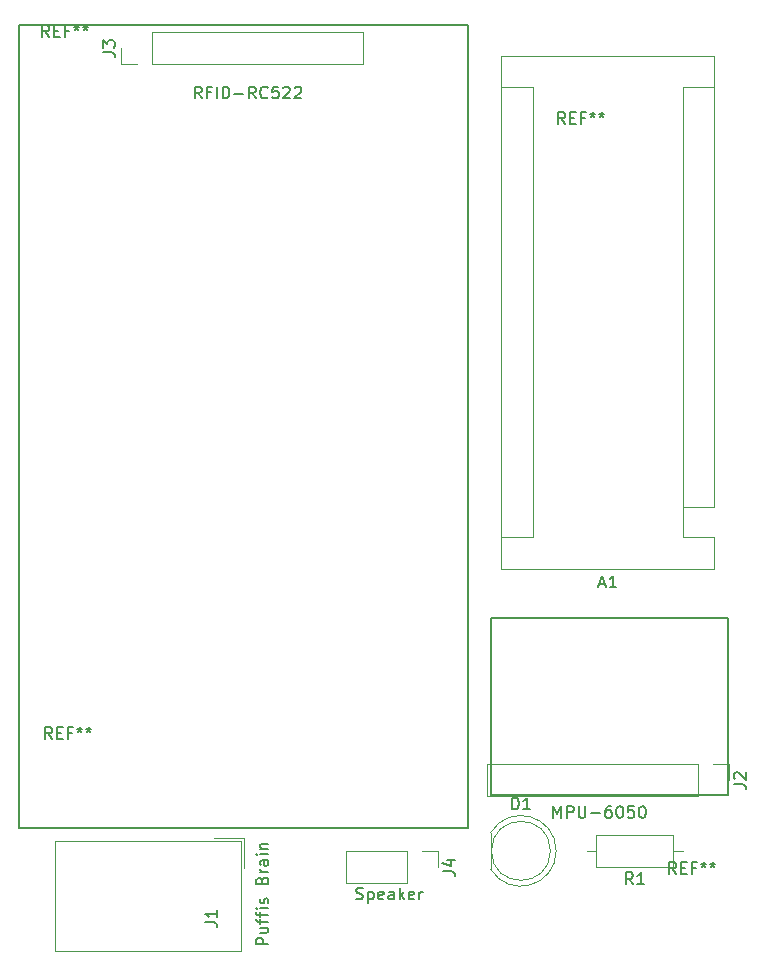
<source format=gto>
G04 #@! TF.FileFunction,Legend,Top*
%FSLAX46Y46*%
G04 Gerber Fmt 4.6, Leading zero omitted, Abs format (unit mm)*
G04 Created by KiCad (PCBNEW 4.0.7) date Mon Dec 24 01:26:40 2018*
%MOMM*%
%LPD*%
G01*
G04 APERTURE LIST*
%ADD10C,0.100000*%
%ADD11C,0.200000*%
%ADD12C,0.120000*%
%ADD13C,0.150000*%
G04 APERTURE END LIST*
D10*
D11*
X34000000Y-29000000D02*
X34000000Y-97000000D01*
X72000000Y-29000000D02*
X34000000Y-29000000D01*
X72000000Y-97000000D02*
X72000000Y-29000000D01*
X34000000Y-97000000D02*
X72000000Y-97000000D01*
X73968000Y-94206000D02*
X73968000Y-79206000D01*
X93968000Y-94206000D02*
X73968000Y-94206000D01*
X93968000Y-79206000D02*
X93968000Y-94206000D01*
X73968000Y-79206000D02*
X93968000Y-79206000D01*
D12*
X90170000Y-69850000D02*
X90170000Y-72390000D01*
X90170000Y-72390000D02*
X92840000Y-72390000D01*
X92840000Y-69850000D02*
X92840000Y-31620000D01*
X92840000Y-75060000D02*
X92840000Y-72390000D01*
X77470000Y-72390000D02*
X74800000Y-72390000D01*
X77470000Y-72390000D02*
X77470000Y-34290000D01*
X77470000Y-34290000D02*
X74800000Y-34290000D01*
X90170000Y-69850000D02*
X92840000Y-69850000D01*
X90170000Y-69850000D02*
X90170000Y-34290000D01*
X90170000Y-34290000D02*
X92840000Y-34290000D01*
X92840000Y-31620000D02*
X74800000Y-31620000D01*
X74800000Y-31620000D02*
X74800000Y-75060000D01*
X74800000Y-75060000D02*
X92840000Y-75060000D01*
X73900000Y-97407000D02*
X73900000Y-100497000D01*
X78960000Y-98952000D02*
G75*
G03X78960000Y-98952000I-2500000J0D01*
G01*
X79450000Y-98952462D02*
G75*
G03X73900000Y-97407170I-2990000J462D01*
G01*
X79450000Y-98951538D02*
G75*
G02X73900000Y-100496830I-2990000J-462D01*
G01*
X52794000Y-107437000D02*
X37014000Y-107437000D01*
X37014000Y-107437000D02*
X37014000Y-98087000D01*
X37014000Y-98087000D02*
X52794000Y-98087000D01*
X52794000Y-98087000D02*
X52794000Y-107437000D01*
X53044000Y-97837000D02*
X50504000Y-97837000D01*
X53044000Y-97837000D02*
X53044000Y-100377000D01*
X73600000Y-91634000D02*
X73600000Y-94294000D01*
X91440000Y-91634000D02*
X73600000Y-91634000D01*
X91440000Y-94294000D02*
X73600000Y-94294000D01*
X91440000Y-91634000D02*
X91440000Y-94294000D01*
X92710000Y-91634000D02*
X94040000Y-91634000D01*
X94040000Y-91634000D02*
X94040000Y-92964000D01*
X63052000Y-32318000D02*
X63052000Y-29658000D01*
X45212000Y-32318000D02*
X63052000Y-32318000D01*
X45212000Y-29658000D02*
X63052000Y-29658000D01*
X45212000Y-32318000D02*
X45212000Y-29658000D01*
X43942000Y-32318000D02*
X42612000Y-32318000D01*
X42612000Y-32318000D02*
X42612000Y-30988000D01*
X61662000Y-99000000D02*
X61662000Y-101660000D01*
X66802000Y-99000000D02*
X61662000Y-99000000D01*
X66802000Y-101660000D02*
X61662000Y-101660000D01*
X66802000Y-99000000D02*
X66802000Y-101660000D01*
X68072000Y-99000000D02*
X69402000Y-99000000D01*
X69402000Y-99000000D02*
X69402000Y-100330000D01*
X89380000Y-100322000D02*
X89380000Y-97582000D01*
X89380000Y-97582000D02*
X82840000Y-97582000D01*
X82840000Y-97582000D02*
X82840000Y-100322000D01*
X82840000Y-100322000D02*
X89380000Y-100322000D01*
X90150000Y-98952000D02*
X89380000Y-98952000D01*
X82070000Y-98952000D02*
X82840000Y-98952000D01*
D13*
X83105714Y-76366667D02*
X83581905Y-76366667D01*
X83010476Y-76652381D02*
X83343809Y-75652381D01*
X83677143Y-76652381D01*
X84534286Y-76652381D02*
X83962857Y-76652381D01*
X84248571Y-76652381D02*
X84248571Y-75652381D01*
X84153333Y-75795238D01*
X84058095Y-75890476D01*
X83962857Y-75938095D01*
X75721905Y-95444381D02*
X75721905Y-94444381D01*
X75960000Y-94444381D01*
X76102858Y-94492000D01*
X76198096Y-94587238D01*
X76245715Y-94682476D01*
X76293334Y-94872952D01*
X76293334Y-95015810D01*
X76245715Y-95206286D01*
X76198096Y-95301524D01*
X76102858Y-95396762D01*
X75960000Y-95444381D01*
X75721905Y-95444381D01*
X77245715Y-95444381D02*
X76674286Y-95444381D01*
X76960000Y-95444381D02*
X76960000Y-94444381D01*
X76864762Y-94587238D01*
X76769524Y-94682476D01*
X76674286Y-94730095D01*
X49744381Y-104981333D02*
X50458667Y-104981333D01*
X50601524Y-105028953D01*
X50696762Y-105124191D01*
X50744381Y-105267048D01*
X50744381Y-105362286D01*
X50744381Y-103981333D02*
X50744381Y-104552762D01*
X50744381Y-104267048D02*
X49744381Y-104267048D01*
X49887238Y-104362286D01*
X49982476Y-104457524D01*
X50030095Y-104552762D01*
X55062381Y-106877905D02*
X54062381Y-106877905D01*
X54062381Y-106496952D01*
X54110000Y-106401714D01*
X54157619Y-106354095D01*
X54252857Y-106306476D01*
X54395714Y-106306476D01*
X54490952Y-106354095D01*
X54538571Y-106401714D01*
X54586190Y-106496952D01*
X54586190Y-106877905D01*
X54395714Y-105449333D02*
X55062381Y-105449333D01*
X54395714Y-105877905D02*
X54919524Y-105877905D01*
X55014762Y-105830286D01*
X55062381Y-105735048D01*
X55062381Y-105592190D01*
X55014762Y-105496952D01*
X54967143Y-105449333D01*
X54395714Y-105116000D02*
X54395714Y-104735048D01*
X55062381Y-104973143D02*
X54205238Y-104973143D01*
X54110000Y-104925524D01*
X54062381Y-104830286D01*
X54062381Y-104735048D01*
X54395714Y-104544571D02*
X54395714Y-104163619D01*
X55062381Y-104401714D02*
X54205238Y-104401714D01*
X54110000Y-104354095D01*
X54062381Y-104258857D01*
X54062381Y-104163619D01*
X55062381Y-103830285D02*
X54395714Y-103830285D01*
X54062381Y-103830285D02*
X54110000Y-103877904D01*
X54157619Y-103830285D01*
X54110000Y-103782666D01*
X54062381Y-103830285D01*
X54157619Y-103830285D01*
X55014762Y-103401714D02*
X55062381Y-103306476D01*
X55062381Y-103116000D01*
X55014762Y-103020761D01*
X54919524Y-102973142D01*
X54871905Y-102973142D01*
X54776667Y-103020761D01*
X54729048Y-103116000D01*
X54729048Y-103258857D01*
X54681429Y-103354095D01*
X54586190Y-103401714D01*
X54538571Y-103401714D01*
X54443333Y-103354095D01*
X54395714Y-103258857D01*
X54395714Y-103116000D01*
X54443333Y-103020761D01*
X54538571Y-101449332D02*
X54586190Y-101306475D01*
X54633810Y-101258856D01*
X54729048Y-101211237D01*
X54871905Y-101211237D01*
X54967143Y-101258856D01*
X55014762Y-101306475D01*
X55062381Y-101401713D01*
X55062381Y-101782666D01*
X54062381Y-101782666D01*
X54062381Y-101449332D01*
X54110000Y-101354094D01*
X54157619Y-101306475D01*
X54252857Y-101258856D01*
X54348095Y-101258856D01*
X54443333Y-101306475D01*
X54490952Y-101354094D01*
X54538571Y-101449332D01*
X54538571Y-101782666D01*
X55062381Y-100782666D02*
X54395714Y-100782666D01*
X54586190Y-100782666D02*
X54490952Y-100735047D01*
X54443333Y-100687428D01*
X54395714Y-100592190D01*
X54395714Y-100496951D01*
X55062381Y-99735046D02*
X54538571Y-99735046D01*
X54443333Y-99782665D01*
X54395714Y-99877903D01*
X54395714Y-100068380D01*
X54443333Y-100163618D01*
X55014762Y-99735046D02*
X55062381Y-99830284D01*
X55062381Y-100068380D01*
X55014762Y-100163618D01*
X54919524Y-100211237D01*
X54824286Y-100211237D01*
X54729048Y-100163618D01*
X54681429Y-100068380D01*
X54681429Y-99830284D01*
X54633810Y-99735046D01*
X55062381Y-99258856D02*
X54395714Y-99258856D01*
X54062381Y-99258856D02*
X54110000Y-99306475D01*
X54157619Y-99258856D01*
X54110000Y-99211237D01*
X54062381Y-99258856D01*
X54157619Y-99258856D01*
X54395714Y-98782666D02*
X55062381Y-98782666D01*
X54490952Y-98782666D02*
X54443333Y-98735047D01*
X54395714Y-98639809D01*
X54395714Y-98496951D01*
X54443333Y-98401713D01*
X54538571Y-98354094D01*
X55062381Y-98354094D01*
X94492381Y-93297333D02*
X95206667Y-93297333D01*
X95349524Y-93344953D01*
X95444762Y-93440191D01*
X95492381Y-93583048D01*
X95492381Y-93678286D01*
X94587619Y-92868762D02*
X94540000Y-92821143D01*
X94492381Y-92725905D01*
X94492381Y-92487809D01*
X94540000Y-92392571D01*
X94587619Y-92344952D01*
X94682857Y-92297333D01*
X94778095Y-92297333D01*
X94920952Y-92344952D01*
X95492381Y-92916381D01*
X95492381Y-92297333D01*
X79215048Y-96152381D02*
X79215048Y-95152381D01*
X79548382Y-95866667D01*
X79881715Y-95152381D01*
X79881715Y-96152381D01*
X80357905Y-96152381D02*
X80357905Y-95152381D01*
X80738858Y-95152381D01*
X80834096Y-95200000D01*
X80881715Y-95247619D01*
X80929334Y-95342857D01*
X80929334Y-95485714D01*
X80881715Y-95580952D01*
X80834096Y-95628571D01*
X80738858Y-95676190D01*
X80357905Y-95676190D01*
X81357905Y-95152381D02*
X81357905Y-95961905D01*
X81405524Y-96057143D01*
X81453143Y-96104762D01*
X81548381Y-96152381D01*
X81738858Y-96152381D01*
X81834096Y-96104762D01*
X81881715Y-96057143D01*
X81929334Y-95961905D01*
X81929334Y-95152381D01*
X82405524Y-95771429D02*
X83167429Y-95771429D01*
X84072191Y-95152381D02*
X83881714Y-95152381D01*
X83786476Y-95200000D01*
X83738857Y-95247619D01*
X83643619Y-95390476D01*
X83596000Y-95580952D01*
X83596000Y-95961905D01*
X83643619Y-96057143D01*
X83691238Y-96104762D01*
X83786476Y-96152381D01*
X83976953Y-96152381D01*
X84072191Y-96104762D01*
X84119810Y-96057143D01*
X84167429Y-95961905D01*
X84167429Y-95723810D01*
X84119810Y-95628571D01*
X84072191Y-95580952D01*
X83976953Y-95533333D01*
X83786476Y-95533333D01*
X83691238Y-95580952D01*
X83643619Y-95628571D01*
X83596000Y-95723810D01*
X84786476Y-95152381D02*
X84881715Y-95152381D01*
X84976953Y-95200000D01*
X85024572Y-95247619D01*
X85072191Y-95342857D01*
X85119810Y-95533333D01*
X85119810Y-95771429D01*
X85072191Y-95961905D01*
X85024572Y-96057143D01*
X84976953Y-96104762D01*
X84881715Y-96152381D01*
X84786476Y-96152381D01*
X84691238Y-96104762D01*
X84643619Y-96057143D01*
X84596000Y-95961905D01*
X84548381Y-95771429D01*
X84548381Y-95533333D01*
X84596000Y-95342857D01*
X84643619Y-95247619D01*
X84691238Y-95200000D01*
X84786476Y-95152381D01*
X86024572Y-95152381D02*
X85548381Y-95152381D01*
X85500762Y-95628571D01*
X85548381Y-95580952D01*
X85643619Y-95533333D01*
X85881715Y-95533333D01*
X85976953Y-95580952D01*
X86024572Y-95628571D01*
X86072191Y-95723810D01*
X86072191Y-95961905D01*
X86024572Y-96057143D01*
X85976953Y-96104762D01*
X85881715Y-96152381D01*
X85643619Y-96152381D01*
X85548381Y-96104762D01*
X85500762Y-96057143D01*
X86691238Y-95152381D02*
X86786477Y-95152381D01*
X86881715Y-95200000D01*
X86929334Y-95247619D01*
X86976953Y-95342857D01*
X87024572Y-95533333D01*
X87024572Y-95771429D01*
X86976953Y-95961905D01*
X86929334Y-96057143D01*
X86881715Y-96104762D01*
X86786477Y-96152381D01*
X86691238Y-96152381D01*
X86596000Y-96104762D01*
X86548381Y-96057143D01*
X86500762Y-95961905D01*
X86453143Y-95771429D01*
X86453143Y-95533333D01*
X86500762Y-95342857D01*
X86548381Y-95247619D01*
X86596000Y-95200000D01*
X86691238Y-95152381D01*
X41064381Y-31321333D02*
X41778667Y-31321333D01*
X41921524Y-31368953D01*
X42016762Y-31464191D01*
X42064381Y-31607048D01*
X42064381Y-31702286D01*
X41064381Y-30940381D02*
X41064381Y-30321333D01*
X41445333Y-30654667D01*
X41445333Y-30511809D01*
X41492952Y-30416571D01*
X41540571Y-30368952D01*
X41635810Y-30321333D01*
X41873905Y-30321333D01*
X41969143Y-30368952D01*
X42016762Y-30416571D01*
X42064381Y-30511809D01*
X42064381Y-30797524D01*
X42016762Y-30892762D01*
X41969143Y-30940381D01*
X49435239Y-35250381D02*
X49101905Y-34774190D01*
X48863810Y-35250381D02*
X48863810Y-34250381D01*
X49244763Y-34250381D01*
X49340001Y-34298000D01*
X49387620Y-34345619D01*
X49435239Y-34440857D01*
X49435239Y-34583714D01*
X49387620Y-34678952D01*
X49340001Y-34726571D01*
X49244763Y-34774190D01*
X48863810Y-34774190D01*
X50197144Y-34726571D02*
X49863810Y-34726571D01*
X49863810Y-35250381D02*
X49863810Y-34250381D01*
X50340001Y-34250381D01*
X50720953Y-35250381D02*
X50720953Y-34250381D01*
X51197143Y-35250381D02*
X51197143Y-34250381D01*
X51435238Y-34250381D01*
X51578096Y-34298000D01*
X51673334Y-34393238D01*
X51720953Y-34488476D01*
X51768572Y-34678952D01*
X51768572Y-34821810D01*
X51720953Y-35012286D01*
X51673334Y-35107524D01*
X51578096Y-35202762D01*
X51435238Y-35250381D01*
X51197143Y-35250381D01*
X52197143Y-34869429D02*
X52959048Y-34869429D01*
X54006667Y-35250381D02*
X53673333Y-34774190D01*
X53435238Y-35250381D02*
X53435238Y-34250381D01*
X53816191Y-34250381D01*
X53911429Y-34298000D01*
X53959048Y-34345619D01*
X54006667Y-34440857D01*
X54006667Y-34583714D01*
X53959048Y-34678952D01*
X53911429Y-34726571D01*
X53816191Y-34774190D01*
X53435238Y-34774190D01*
X55006667Y-35155143D02*
X54959048Y-35202762D01*
X54816191Y-35250381D01*
X54720953Y-35250381D01*
X54578095Y-35202762D01*
X54482857Y-35107524D01*
X54435238Y-35012286D01*
X54387619Y-34821810D01*
X54387619Y-34678952D01*
X54435238Y-34488476D01*
X54482857Y-34393238D01*
X54578095Y-34298000D01*
X54720953Y-34250381D01*
X54816191Y-34250381D01*
X54959048Y-34298000D01*
X55006667Y-34345619D01*
X55911429Y-34250381D02*
X55435238Y-34250381D01*
X55387619Y-34726571D01*
X55435238Y-34678952D01*
X55530476Y-34631333D01*
X55768572Y-34631333D01*
X55863810Y-34678952D01*
X55911429Y-34726571D01*
X55959048Y-34821810D01*
X55959048Y-35059905D01*
X55911429Y-35155143D01*
X55863810Y-35202762D01*
X55768572Y-35250381D01*
X55530476Y-35250381D01*
X55435238Y-35202762D01*
X55387619Y-35155143D01*
X56340000Y-34345619D02*
X56387619Y-34298000D01*
X56482857Y-34250381D01*
X56720953Y-34250381D01*
X56816191Y-34298000D01*
X56863810Y-34345619D01*
X56911429Y-34440857D01*
X56911429Y-34536095D01*
X56863810Y-34678952D01*
X56292381Y-35250381D01*
X56911429Y-35250381D01*
X57292381Y-34345619D02*
X57340000Y-34298000D01*
X57435238Y-34250381D01*
X57673334Y-34250381D01*
X57768572Y-34298000D01*
X57816191Y-34345619D01*
X57863810Y-34440857D01*
X57863810Y-34536095D01*
X57816191Y-34678952D01*
X57244762Y-35250381D01*
X57863810Y-35250381D01*
X69854381Y-100663333D02*
X70568667Y-100663333D01*
X70711524Y-100710953D01*
X70806762Y-100806191D01*
X70854381Y-100949048D01*
X70854381Y-101044286D01*
X70187714Y-99758571D02*
X70854381Y-99758571D01*
X69806762Y-99996667D02*
X70521048Y-100234762D01*
X70521048Y-99615714D01*
X62516095Y-103020762D02*
X62658952Y-103068381D01*
X62897048Y-103068381D01*
X62992286Y-103020762D01*
X63039905Y-102973143D01*
X63087524Y-102877905D01*
X63087524Y-102782667D01*
X63039905Y-102687429D01*
X62992286Y-102639810D01*
X62897048Y-102592190D01*
X62706571Y-102544571D01*
X62611333Y-102496952D01*
X62563714Y-102449333D01*
X62516095Y-102354095D01*
X62516095Y-102258857D01*
X62563714Y-102163619D01*
X62611333Y-102116000D01*
X62706571Y-102068381D01*
X62944667Y-102068381D01*
X63087524Y-102116000D01*
X63516095Y-102401714D02*
X63516095Y-103401714D01*
X63516095Y-102449333D02*
X63611333Y-102401714D01*
X63801810Y-102401714D01*
X63897048Y-102449333D01*
X63944667Y-102496952D01*
X63992286Y-102592190D01*
X63992286Y-102877905D01*
X63944667Y-102973143D01*
X63897048Y-103020762D01*
X63801810Y-103068381D01*
X63611333Y-103068381D01*
X63516095Y-103020762D01*
X64801810Y-103020762D02*
X64706572Y-103068381D01*
X64516095Y-103068381D01*
X64420857Y-103020762D01*
X64373238Y-102925524D01*
X64373238Y-102544571D01*
X64420857Y-102449333D01*
X64516095Y-102401714D01*
X64706572Y-102401714D01*
X64801810Y-102449333D01*
X64849429Y-102544571D01*
X64849429Y-102639810D01*
X64373238Y-102735048D01*
X65706572Y-103068381D02*
X65706572Y-102544571D01*
X65658953Y-102449333D01*
X65563715Y-102401714D01*
X65373238Y-102401714D01*
X65278000Y-102449333D01*
X65706572Y-103020762D02*
X65611334Y-103068381D01*
X65373238Y-103068381D01*
X65278000Y-103020762D01*
X65230381Y-102925524D01*
X65230381Y-102830286D01*
X65278000Y-102735048D01*
X65373238Y-102687429D01*
X65611334Y-102687429D01*
X65706572Y-102639810D01*
X66182762Y-103068381D02*
X66182762Y-102068381D01*
X66278000Y-102687429D02*
X66563715Y-103068381D01*
X66563715Y-102401714D02*
X66182762Y-102782667D01*
X67373239Y-103020762D02*
X67278001Y-103068381D01*
X67087524Y-103068381D01*
X66992286Y-103020762D01*
X66944667Y-102925524D01*
X66944667Y-102544571D01*
X66992286Y-102449333D01*
X67087524Y-102401714D01*
X67278001Y-102401714D01*
X67373239Y-102449333D01*
X67420858Y-102544571D01*
X67420858Y-102639810D01*
X66944667Y-102735048D01*
X67849429Y-103068381D02*
X67849429Y-102401714D01*
X67849429Y-102592190D02*
X67897048Y-102496952D01*
X67944667Y-102449333D01*
X68039905Y-102401714D01*
X68135144Y-102401714D01*
X85943334Y-101774381D02*
X85610000Y-101298190D01*
X85371905Y-101774381D02*
X85371905Y-100774381D01*
X85752858Y-100774381D01*
X85848096Y-100822000D01*
X85895715Y-100869619D01*
X85943334Y-100964857D01*
X85943334Y-101107714D01*
X85895715Y-101202952D01*
X85848096Y-101250571D01*
X85752858Y-101298190D01*
X85371905Y-101298190D01*
X86895715Y-101774381D02*
X86324286Y-101774381D01*
X86610000Y-101774381D02*
X86610000Y-100774381D01*
X86514762Y-100917238D01*
X86419524Y-101012476D01*
X86324286Y-101060095D01*
X89598667Y-100892381D02*
X89265333Y-100416190D01*
X89027238Y-100892381D02*
X89027238Y-99892381D01*
X89408191Y-99892381D01*
X89503429Y-99940000D01*
X89551048Y-99987619D01*
X89598667Y-100082857D01*
X89598667Y-100225714D01*
X89551048Y-100320952D01*
X89503429Y-100368571D01*
X89408191Y-100416190D01*
X89027238Y-100416190D01*
X90027238Y-100368571D02*
X90360572Y-100368571D01*
X90503429Y-100892381D02*
X90027238Y-100892381D01*
X90027238Y-99892381D01*
X90503429Y-99892381D01*
X91265334Y-100368571D02*
X90932000Y-100368571D01*
X90932000Y-100892381D02*
X90932000Y-99892381D01*
X91408191Y-99892381D01*
X91932000Y-99892381D02*
X91932000Y-100130476D01*
X91693905Y-100035238D02*
X91932000Y-100130476D01*
X92170096Y-100035238D01*
X91789143Y-100320952D02*
X91932000Y-100130476D01*
X92074858Y-100320952D01*
X92693905Y-99892381D02*
X92693905Y-100130476D01*
X92455810Y-100035238D02*
X92693905Y-100130476D01*
X92932001Y-100035238D01*
X92551048Y-100320952D02*
X92693905Y-100130476D01*
X92836763Y-100320952D01*
X36766667Y-89462381D02*
X36433333Y-88986190D01*
X36195238Y-89462381D02*
X36195238Y-88462381D01*
X36576191Y-88462381D01*
X36671429Y-88510000D01*
X36719048Y-88557619D01*
X36766667Y-88652857D01*
X36766667Y-88795714D01*
X36719048Y-88890952D01*
X36671429Y-88938571D01*
X36576191Y-88986190D01*
X36195238Y-88986190D01*
X37195238Y-88938571D02*
X37528572Y-88938571D01*
X37671429Y-89462381D02*
X37195238Y-89462381D01*
X37195238Y-88462381D01*
X37671429Y-88462381D01*
X38433334Y-88938571D02*
X38100000Y-88938571D01*
X38100000Y-89462381D02*
X38100000Y-88462381D01*
X38576191Y-88462381D01*
X39100000Y-88462381D02*
X39100000Y-88700476D01*
X38861905Y-88605238D02*
X39100000Y-88700476D01*
X39338096Y-88605238D01*
X38957143Y-88890952D02*
X39100000Y-88700476D01*
X39242858Y-88890952D01*
X39861905Y-88462381D02*
X39861905Y-88700476D01*
X39623810Y-88605238D02*
X39861905Y-88700476D01*
X40100001Y-88605238D01*
X39719048Y-88890952D02*
X39861905Y-88700476D01*
X40004763Y-88890952D01*
X36512667Y-30026381D02*
X36179333Y-29550190D01*
X35941238Y-30026381D02*
X35941238Y-29026381D01*
X36322191Y-29026381D01*
X36417429Y-29074000D01*
X36465048Y-29121619D01*
X36512667Y-29216857D01*
X36512667Y-29359714D01*
X36465048Y-29454952D01*
X36417429Y-29502571D01*
X36322191Y-29550190D01*
X35941238Y-29550190D01*
X36941238Y-29502571D02*
X37274572Y-29502571D01*
X37417429Y-30026381D02*
X36941238Y-30026381D01*
X36941238Y-29026381D01*
X37417429Y-29026381D01*
X38179334Y-29502571D02*
X37846000Y-29502571D01*
X37846000Y-30026381D02*
X37846000Y-29026381D01*
X38322191Y-29026381D01*
X38846000Y-29026381D02*
X38846000Y-29264476D01*
X38607905Y-29169238D02*
X38846000Y-29264476D01*
X39084096Y-29169238D01*
X38703143Y-29454952D02*
X38846000Y-29264476D01*
X38988858Y-29454952D01*
X39607905Y-29026381D02*
X39607905Y-29264476D01*
X39369810Y-29169238D02*
X39607905Y-29264476D01*
X39846001Y-29169238D01*
X39465048Y-29454952D02*
X39607905Y-29264476D01*
X39750763Y-29454952D01*
X80200667Y-37392381D02*
X79867333Y-36916190D01*
X79629238Y-37392381D02*
X79629238Y-36392381D01*
X80010191Y-36392381D01*
X80105429Y-36440000D01*
X80153048Y-36487619D01*
X80200667Y-36582857D01*
X80200667Y-36725714D01*
X80153048Y-36820952D01*
X80105429Y-36868571D01*
X80010191Y-36916190D01*
X79629238Y-36916190D01*
X80629238Y-36868571D02*
X80962572Y-36868571D01*
X81105429Y-37392381D02*
X80629238Y-37392381D01*
X80629238Y-36392381D01*
X81105429Y-36392381D01*
X81867334Y-36868571D02*
X81534000Y-36868571D01*
X81534000Y-37392381D02*
X81534000Y-36392381D01*
X82010191Y-36392381D01*
X82534000Y-36392381D02*
X82534000Y-36630476D01*
X82295905Y-36535238D02*
X82534000Y-36630476D01*
X82772096Y-36535238D01*
X82391143Y-36820952D02*
X82534000Y-36630476D01*
X82676858Y-36820952D01*
X83295905Y-36392381D02*
X83295905Y-36630476D01*
X83057810Y-36535238D02*
X83295905Y-36630476D01*
X83534001Y-36535238D01*
X83153048Y-36820952D02*
X83295905Y-36630476D01*
X83438763Y-36820952D01*
M02*

</source>
